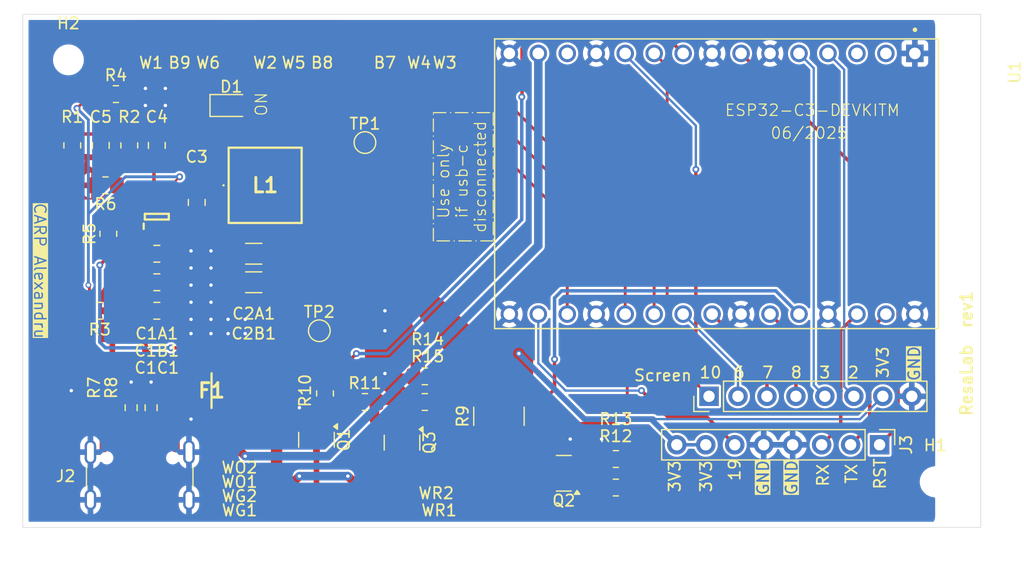
<source format=kicad_pcb>
(kicad_pcb (version 20240108) (generator "pcbnew") (generator_version "8.0")
  (title_block (title "ResaLab") (date "2025-06-03") (rev "rev1") (company "CampusFab") (comment 1 "CARP Alexandru"))
  (layers (0 "F.Cu" signal) (31 "B.Cu" signal) (34 "B.Paste" user) (35 "F.Paste" user) (36 "B.SilkS" user "B.Silkscreen") (37 "F.SilkS" user "F.Silkscreen") (38 "B.Mask" user) (39 "F.Mask" user) (44 "Edge.Cuts" user))
  (net 0 "")
  (net 1 "GND")
  (net 2 "3V3")
  (net 3 "Net-(IC1-BST)")
  (net 4 "Net-(IC1-SS)")
  (net 5 "Net-(C5-Pad2)")
  (net 6 "Net-(C5-Pad1)")
  (net 7 "Net-(IC1-PG)")
  (net 8 "Net-(IC1-FB)")
  (net 9 "Net-(F1-Pad2)")
  (net 10 "Net-(J2-CC1)")
  (net 11 "Net-(J2-CC2)")
  (net 18 "/GPIO3")
  (net 19 "/GPIO7")
  (net 20 "Net-(IC1-SW)")
  (net 22 "/GPIO2")
  (net 23 "/GPIO8")
  (net 24 "/GPIO10")
  (net 25 "/GPIO6")
  (net 26 "/VBUS")
  (net 27 "/GPIO1")
  (net 28 "/GPIO5")
  (net 29 "/RST")
  (net 30 "/GPIO0")
  (net 31 "/GPIO4")
  (net 32 "Net-(Q1-D)")
  (net 33 "Net-(Q1-G)")
  (net 34 "Net-(Q2-G)")
  (net 35 "Net-(Q2-D)")
  (net 36 "Net-(Q3-G)")
  (net 37 "Net-(Q3-D)")
  (net 38 "/GPIO9")
  (net 39 "Net-(J3-Pin_6)")
  (net 40 "/GPIO18")
  (net 41 "Net-(J3-Pin_3)")
  (net 42 "Net-(J3-Pin_2)")
  (net 44 "/EN")
  (net 45 "Net-(R9-Pad1)")
  (footprint "TestPoint:TestPoint_Pad_D1.5mm" (layer "F.Cu") (at 161.375 112.625)
    (property "Reference" "TP1")
    (property "Value" "OUT 3V3" (hide yes))
  )
  (footprint "Capacitor_SMD:C_0805_2012Metric_Pad1.18x1.45mm_HandSolder" (layer "F.Cu") (at 143.125 127.375)
    (property "Reference" "C1C1")
    (property "Value" "0.1uF" (hide yes))
  )
  (footprint "Resistor_SMD:R_0805_2012Metric_Pad1.20x1.40mm_HandSolder" (layer "F.Cu") (at 135.7125 112.875 90)
    (property "Reference" "R1")
    (property "Value" "51k" (hide yes))
  )
  (footprint "Connector_Wire:SolderWirePad_1x01_SMD_1x2mm" (layer "F.Cu") (at 147.625 103.375)
    (property "Reference" "W6")
    (property "Value" "~")
  )
  (footprint "Resistor_SMD:R_0805_2012Metric_Pad1.20x1.40mm_HandSolder" (layer "F.Cu") (at 138.625 116.375 180)
    (property "Reference" "R6")
    (property "Value" "10k" (hide yes))
  )
  (footprint "Libs:MPLAL60606R8" (layer "F.Cu") (at 152.625 116.375)
    (property "Reference" "L1")
    (property "Value" "6.8uH" (hide yes))
  )
  (footprint "Resistor_SMD:R_0805_2012Metric_Pad1.20x1.40mm_HandSolder" (layer "F.Cu") (at 140.7125 112.875 -90)
    (property "Reference" "R2")
    (property "Value" "9.09k" (hide yes))
  )
  (footprint "Connector_PinHeader_2.54mm:PinHeader_1x08_P2.54mm_Vertical" (layer "F.Cu") (at 191.545 134.875 90)
    (property "Reference" "J1" (hide yes))
    (property "Value" "Conn_01x08_Pin" (hide yes))
  )
  (footprint "Resistor_SMD:R_0805_2012Metric_Pad1.20x1.40mm_HandSolder" (layer "F.Cu") (at 183.375 140.375 180)
    (property "Reference" "R13")
    (property "Value" "10k" (hide yes))
  )
  (footprint "Connector_USB:USB_C_Receptacle_GCT_USB4105-xx-A_16P_TopMnt_Horizontal" (layer "F.Cu") (at 141.625 142.875)
    (property "Reference" "J2")
    (property "Value" "USB_C_Receptacle_USB2.0_16P" (hide yes))
  )
  (footprint "Resistor_SMD:R_0603_1608Metric_Pad0.98x0.95mm_HandSolder" (layer "F.Cu") (at 142.625 135.875 90)
    (property "Reference" "R8")
    (property "Value" "5.1k" (hide yes))
  )
  (footprint "Package_TO_SOT_SMD:SOT-23" (layer "F.Cu") (at 157.125 138.6875 -90)
    (property "Reference" "Q1")
    (property "Value" "AO3400A" (hide yes))
  )
  (footprint "Connector_Wire:SolderWirePad_1x01_SMD_1x2mm" (layer "F.Cu") (at 157.125 144.375)
    (property "Reference" "WG2")
    (property "Value" "GND LEDG" (hide yes))
  )
  (footprint "Capacitor_SMD:C_0805_2012Metric_Pad1.18x1.45mm_HandSolder" (layer "F.Cu") (at 143.125 124.875)
    (property "Reference" "C1B1")
    (property "Value" "10uF" (hide yes))
  )
  (footprint "Capacitor_SMD:C_0805_2012Metric_Pad1.18x1.45mm_HandSolder" (layer "F.Cu") (at 138.2125 112.875 90)
    (property "Reference" "C5")
    (property "Value" "470pF" (hide yes))
  )
  (footprint "Connector_Wire:SolderWirePad_1x01_SMD_1x2mm" (layer "F.Cu") (at 168.125 103.375)
    (property "Reference" "W3")
    (property "Value" "~" (hide yes))
  )
  (footprint "Connector_Wire:SolderWirePad_1x01_SMD_1x2mm" (layer "F.Cu") (at 173.625 144.375)
    (property "Reference" "WR2")
    (property "Value" "GND LEDR" (hide yes))
  )
  (footprint "Resistor_SMD:R_0805_2012Metric_Pad1.20x1.40mm_HandSolder" (layer "F.Cu") (at 166.625 133.125 180)
    (property "Reference" "R14")
    (property "Value" "10k" (hide yes))
  )
  (footprint "Resistor_SMD:R_0603_1608Metric_Pad0.98x0.95mm_HandSolder" (layer "F.Cu") (at 140.875 135.875 90)
    (property "Reference" "R7")
    (property "Value" "5.1k" (hide yes))
  )
  (footprint "LED_SMD:LED_0805_2012Metric_Pad1.15x1.40mm_HandSolder" (layer "F.Cu") (at 149.65 109.375)
    (property "Reference" "D1")
    (property "Value" "LED" (hide yes))
  )
  (footprint "Connector_Wire:SolderWirePad_1x01_SMD_1x2mm" (layer "F.Cu") (at 153.625 144.375)
    (property "Reference" "WG1")
    (property "Value" "3V3 LEDG" (hide yes))
  )
  (footprint "Resistor_SMD:R_0805_2012Metric" (layer "F.Cu") (at 138.875 120.625 90)
    (property "Reference" "R5")
    (property "Value" "100k" (hide yes))
  )
  (footprint "Libs:XCVR_ESP32-C3-DEVKITM-1" (layer "F.Cu") (at 192.2011 116.2375 -90)
    (property "Reference" "U1")
    (property "Value" "ESP32-C3-DEVKITM-1" (hide yes))
  )
  (footprint "Capacitor_SMD:C_0805_2012Metric_Pad1.18x1.45mm_HandSolder" (layer "F.Cu") (at 143.125 122.375)
    (property "Reference" "C1A1")
    (property "Value" "10uF" (hide yes))
  )
  (footprint "Resistor_SMD:R_2816_7142Metric_Pad3.20x4.45mm_HandSolder" (layer "F.Cu") (at 173.125 136.625 90)
    (property "Reference" "R9")
    (property "Value" "0.68" (hide yes))
  )
  (footprint "Connector_Wire:SolderWirePad_1x01_SMD_1x2mm" (layer "F.Cu") (at 164.625 144.375)
    (property "Reference" "WO2")
    (property "Value" "GND LED3" (hide yes))
  )
  (footprint "Resistor_SMD:R_0805_2012Metric_Pad1.20x1.40mm_HandSolder" (layer "F.Cu") (at 157.875 134.625 -90)
    (property "Reference" "R10")
    (property "Value" "100" (hide yes))
  )
  (footprint "MountingHole:MountingHole_2.2mm_M2" (layer "F.Cu") (at 135.375 105.375)
    (property "Reference" "H2")
    (property "Value" "MountingHole" (hide yes))
  )
  (footprint "Connector_Wire:SolderWirePad_1x01_SMD_1x2mm" (layer "F.Cu") (at 165.875 103.375)
    (property "Reference" "W4")
    (property "Value" "~")
  )
  (footprint "Connector_Wire:SolderWirePad_1x01_SMD_1x2mm" (layer "F.Cu") (at 161.375 144.375)
    (property "Reference" "WO1")
    (property "Value" "3V3 LEDO" (hide yes))
  )
  (footprint "Connector_Wire:SolderWirePad_1x01_SMD_1x2mm" (layer "F.Cu") (at 142.625 103.375)
    (property "Reference" "W1")
    (property "Value" "~" (hide yes))
  )
  (footprint "Connector_Wire:SolderWirePad_1x01_SMD_1x2mm" (layer "F.Cu") (at 157.625 103.375)
    (property "Reference" "B8")
    (property "Value" "~" (hide yes))
  )
  (footprint "Resistor_SMD:R_0805_2012Metric_Pad1.20x1.40mm_HandSolder" (layer "F.Cu") (at 183.375 142.875 180)
    (property "Reference" "R12")
    (property "Value" "100" (hide yes))
  )
  (footprint "Resistor_SMD:R_0805_2012Metric" (layer "F.Cu") (at 139.5375 108.375)
    (property "Reference" "R4")
    (property "Value" "49.9k" (hide yes))
  )
  (footprint "Connector_Wire:SolderWirePad_1x01_SMD_1x2mm" (layer "F.Cu") (at 170.875 144.375)
    (property "Reference" "WR1")
    (property "Value" "3V3 LEDR" (hide yes))
  )
  (footprint "Connector_Wire:SolderWirePad_1x01_SMD_1x2mm" (layer "F.Cu") (at 152.625 103.375)
    (property "Reference" "W2")
    (property "Value" "~" (hide yes))
  )
  (footprint "Package_TO_SOT_SMD:SOT-23" (layer "F.Cu") (at 164.625 138.9375 -90)
    (property "Reference" "Q3")
    (property "Value" "AO3400A" (hide yes))
  )
  (footprint "Connector_Wire:SolderWirePad_1x01_SMD_1x2mm" (layer "F.Cu") (at 145.125 103.375)
    (property "Reference" "B9")
    (property "Value" "~" (hide yes))
  )
  (footprint "Resistor_SMD:R_0805_2012Metric" (layer "F.Cu") (at 138.125 127.375 180)
    (property "Reference" "R3")
    (property "Value" "191k" (hide yes))
  )
  (footprint "Resistor_SMD:R_0805_2012Metric_Pad1.20x1.40mm_HandSolder" (layer "F.Cu") (at 161.375 135.375)
    (property "Reference" "R11")
    (property "Value" "10k" (hide yes))
  )
  (footprint "Connector_Wire:SolderWirePad_1x01_SMD_1x2mm" (layer "F.Cu") (at 163.125 103.375)
    (property "Reference" "B7")
    (property "Value" "~" (hide yes))
  )
  (footprint "MountingHole:MountingHole_2.2mm_M2" (layer "F.Cu") (at 211.375 142.375)
    (property "Reference" "H1")
    (property "Value" "MountingHole" (hide yes))
  )
  (footprint "Capacitor_SMD:C_0805_2012Metric_Pad1.18x1.45mm_HandSolder" (layer "F.Cu") (at 143.125 112.875 90)
    (property "Reference" "C4")
    (property "Value" "22nF" (hide yes))
  )
  (footprint "Capacitor_SMD:C_0805_2012Metric_Pad1.18x1.45mm_HandSolder" (layer "F.Cu") (at 146.625 117.875 90)
    (property "Reference" "C3")
    (property "Value" "0.1uF" (hide yes))
  )
  (footprint "Libs:FUSC4632X85N" (layer "F.Cu") (at 147.925 134.375)
    (property "Reference" "F1")
    (property "Value" "MF-MSMF050-2" (hide yes))
  )
  (footprint "Resistor_SMD:R_0805_2012Metric_Pad1.20x1.40mm_HandSolder" (layer "F.Cu") (at 166.625 135.375 180)
    (property "Reference" "R15")
    (property "Value" "100" (hide yes))
  )
  (footprint "TestPoint:TestPoint_Pad_D1.5mm" (layer "F.Cu") (at 157.375 129.125)
    (property "Reference" "TP2")
    (property "Value" "gnd")
  )
  (footprint "Capacitor_SMD:C_1206_3216Metric_Pad1.33x1.80mm_HandSolder" (layer "F.Cu") (at 151.625 122.375 180)
    (property "Reference" "C2A1")
    (property "Value" "22uF" (hide yes))
  )
  (footprint "Connector_Wire:SolderWirePad_1x01_SMD_1x2mm" (layer "F.Cu") (at 155.125 103.375)
    (property "Reference" "W5")
    (property "Value" "~")
  )
  (footprint "Package_TO_SOT_SMD:SOT-23" (layer "F.Cu") (at 178.8125 141.625 180)
    (property "Reference" "Q2")
    (property "Value" "AO3400A" (hide yes))
  )
  (footprint "Connector_PinHeader_2.54mm:PinHeader_1x08_P2.54mm_Vertical" (layer "F.Cu") (at 206.5 139.125 -90)
    (property "Reference" "J3")
    (property "Value" "Conn_01x08_Pin" (hide yes))
  )
  (footprint "Capacitor_SMD:C_1206_3216Metric_Pad1.33x1.80mm_HandSolder" (layer "F.Cu") (at 151.625 124.875 180)
    (property "Reference" "C2B1")
    (property "Value" "22uF" (hide yes))
  )
  (footprint "Libs:SOTFL50P160X60-8N" (layer "F.Cu") (at 143.125 119.125 90)
    (property "Reference" "IC1" (hide yes))
    (property "Value" "MP2338GTL-P" (hide yes))
  )
  (gr_rect (start 167.375 110) (end 172.625 121.25) (stroke (width 0.1) (type dash_dot)) (fill none) (layer "F.SilkS"))
  (gr_rect (start 131.375 101.375) (end 215.375 146.375) (stroke (width 0.05)) (fill none) (layer "Edge.Cuts"))
  (gr_text "ON\n" (at 152.875 110.375 90) (layer "F.SilkS") (effects (font (size 1 1) (thickness 0.1)) (justify left bottom)))
  (gr_text "19" (at 194.375 142.375 90) (layer "F.SilkS") (effects (font (size 1 1)) (justify left bottom)))
  (gr_text "GND" (at 199.375 143.625 90) (layer "F.SilkS" knockout) (effects (font (size 1 1)) (justify left bottom)))
  (gr_text "TX\n" (at 204.625 142.625 90) (layer "F.SilkS") (effects (font (size 1 1)) (justify left bottom)))
  (gr_text "Screen " (at 184.875 133.625 0) (layer "F.SilkS") (effects (font (size 1 1)) (justify left bottom)))
  (gr_text "GND" (at 210.125 133.625 90) (layer "F.SilkS" knockout) (effects (font (size 1 1)) (justify left bottom)))
  (gr_text "CARP Alexandru" (at 132.875 123.875 270) (layer "F.SilkS" knockout) (effects (font (size 1 1) (thickness 0.125))))
  (gr_text "3V3" (at 207.375 133.375 90) (layer "F.SilkS") (effects (font (size 1 1)) (justify left bottom)))
  (gr_text "6\n" (at 193.625 133.375 0) (layer "F.SilkS") (effects (font (size 1 1)) (justify left bottom)))
  (gr_text "2" (at 203.625 133.375 0) (layer "F.SilkS") (effects (font (size 1 1)) (justify left bottom)))
  (gr_text "GND" (at 196.875 143.625 90) (layer "F.SilkS" knockout) (effects (font (size 1 1)) (justify left bottom)))
  (gr_text "8" (at 198.625 133.375 0) (layer "F.SilkS") (effects (font (size 1 1)) (justify left bottom)))
  (gr_text "7" (at 196.125 133.375 0) (layer "F.SilkS") (effects (font (size 1 1)) (justify left bottom)))
  (gr_text "3V3" (at 191.875 143.375 90) (layer "F.SilkS") (effects (font (size 1 1)) (justify left bottom)))
  (gr_text "10\n" (at 190.625 133.375 0) (layer "F.SilkS") (effects (font (size 1 1)) (justify left bottom)))
  (gr_text "3" (at 201.125 133.375 0) (layer "F.SilkS") (effects (font (size 1 1)) (justify left bottom)))
  (gr_text "Use only \nif usb-c \ndisconnected" (at 169.875 115.625 90) (layer "F.SilkS") (effects (font (size 1 1) (thickness 0.1))))
  (gr_text "ResaLab  rev1" (at 214.125 131.125 90) (layer "F.SilkS") (effects (font (size 1 1) (thickness 0.2) (bold yes))))
  (gr_text "RX" (at 202.125 142.875 90) (layer "F.SilkS") (effects (font (size 1 1)) (justify left bottom)))
  (gr_text "3V3" (at 189.125 143.375 90) (layer "F.SilkS") (effects (font (size 1 1)) (justify left bottom)))
  (gr_text "RST" (at 207.125 143.125 90) (layer "F.SilkS") (effects (font (size 1 1)) (justify left bottom)))
  (gr_text "ESP32-C3-DEVKITM" (at 192.875 110.375 0) (layer "F.SilkS") (effects (font (size 1 1) (thickness 0.1)) (justify left bottom)))
  (gr_text "06/2025" (at 196.875 112.375 0) (layer "F.SilkS") (effects (font (size 1 1) (thickness 0.1)) (justify left bottom)))
  (segment (start 138.425 137.175) (end 138.425 139.195) (width 0.5) (layer "F.Cu") (net 1))
  (segment (start 144.825 138.175) (end 146.125 136.875) (width 0.5) (layer "F.Cu") (net 1))
  (segment (start 161.625 127.375) (end 163.125 127.375) (width 0.5) (layer "F.Cu") (net 1))
  (segment (start 159.875 129.125) (end 161.625 127.375) (width 0.5) (layer "F.Cu") (net 1))
  (segment (start 156.175 137.75) (end 156.175 136.425) (width 0.5) (layer "F.Cu") (net 1))
  (segment (start 182.075 140.675) (end 182.375 140.375) (width 0.5) (layer "F.Cu") (net 1))
  (segment (start 144.825 139.195) (end 144.825 138.175) (width 0.5) (layer "F.Cu") (net 1))
  (segment (start 157.375 129.125) (end 159.875 129.125) (width 0.5) (layer "F.Cu") (net 1))
  (segment (start 138.425 137.175) (end 135.625 134.375) (width 0.5) (layer "F.Cu") (net 1))
  (segment (start 148.625 104.375) (end 147.625 103.375) (width 0.3) (layer "F.Cu") (net 1))
  (segment (start 148.625 109.375) (end 148.625 104.375) (width 0.3) (layer "F.Cu") (net 1))
  (segment (start 156.175 136.425) (end 155.625 135.875) (width 0.5) (layer "F.Cu") (net 1))
  (via (at 149.375 129.375) (size 0.5) (drill 0.3) (layers "F.Cu" "B.Cu") (net 1))
  (via (at 147.875 128.125) (size 0.5) (drill 0.3) (layers "F.Cu" "B.Cu") (net 1))
  (via (at 140.875 133.625) (size 0.5) (drill 0.3) (layers "F.Cu" "B.Cu") (net 1))
  (via (at 146.125 123.625) (size 0.5) (drill 0.3) (layers "F.Cu" "B.Cu") (net 1))
  (via (at 163.125 127.375) (size 0.6) (drill 0.3) (layers "F.Cu" "B.Cu") (net 1))
  (via (at 146.125 126.625) (size 0.5) (drill 0.3) (layers "F.Cu" "B.Cu") (net 1))
  (via (at 146.125 136.875) (size 0.6) (drill 0.3) (layers "F.Cu" "B.Cu") (net 1))
  (via (at 163.125 129.125) (size 0.6) (drill 0.3) (layers "F.Cu" "B.Cu") (net 1))
  (via (at 149.375 128.125) (size 0.5) (drill 0.3) (layers "F.Cu" "B.Cu") (net 1))
  (via (at 143.875 107.875) (size 0.5) (drill 0.3) (layers "F.Cu" "B.Cu") (net 1))
  (via (at 142.125 109.375) (size 0.5) (drill 0.3) (layers "F.Cu" "B.Cu") (net 1))
  (via (at 135.625 134.375) (size 0.5) (drill 0.3) (layers "F.Cu" "B.Cu") (net 1))
  (via (at 147.875 126.625) (size 0.5) (drill 0.3) (layers "F.Cu" "B.Cu") (net 1))
  (via (at 146.125 128.125) (size 0.5) (drill 0.3) (layers "F.Cu" "B.Cu") (net 1))
  (via (at 147.875 125.125) (size 0.5) (drill 0.3) (layers "F.Cu" "B.Cu") (net 1))
  (via (at 155.625 135.875) (size 0.6) (drill 0.3) (layers "F.Cu" "B.Cu") (net 1))
  (via (at 146.125 125.125) (size 0.5) (drill 0.3) (layers "F.Cu" "B.Cu") (net 1))
  (via (at 142.125 107.875) (size 0.5) (drill 0.3) (layers "F.Cu" "B.Cu") (net 1))
  (via (at 163.125 132.875) (size 0.6) (drill 0.3) (layers "F.Cu" "B.Cu") (net 1))
  (via (at 150.875 129.375) (size 0.5) (drill 0.3) (layers "F.Cu" "B.Cu") (net 1))
  (via (at 182.125 138.625) (size 0.6) (drill 0.3) (layers "F.Cu" "B.Cu") (net 1))
  (via (at 146.125 129.375) (size 0.5) (drill 0.3) (layers "F.Cu" "B.Cu") (net 1))
  (via (at 143.875 109.375) (size 0.5) (drill 0.3) (layers "F.Cu" "B.Cu") (net 1))
  (via (at 147.875 122.125) (size 0.5) (drill 0.3) (layers "F.Cu" "B.Cu") (net 1))
  (via (at 147.875 123.625) (size 0.5) (drill 0.3) (layers "F.Cu" "B.Cu") (net 1))
  (via (at 146.125 122.125) (size 0.5) (drill 0.3) (layers "F.Cu" "B.Cu") (net 1))
  (via (at 150.875 128.125) (size 0.5) (drill 0.3) (layers "F.Cu" "B.Cu") (net 1))
  (via (at 179.375 138.625) (size 0.6) (drill 0.3) (layers "F.Cu" "B.Cu") (net 1))
  (via (at 147.875 129.375) (size 0.5) (drill 0.3) (layers "F.Cu" "B.Cu") (net 1))
  (via (at 142.625 133.625) (size 0.5) (drill 0.3) (layers "F.Cu" "B.Cu") (net 1))
  (segment (start 161.375 112.625) (end 161.125 112.625) (width 0.5) (layer "F.Cu") (net 2))
  (segment (start 161.375 143.375) (end 159.875 141.875) (width 0.75) (layer "F.Cu") (net 2))
  (segment (start 150.675 105.325) (end 152.625 103.375) (width 0.3) (layer "F.Cu") (net 2))
  (segment (start 161.375 143.875) (end 161.375 143.625) (width 0.5) (layer "F.Cu") (net 2))
  (segment (start 161.125 112.625) (end 157.375 116.375) (width 0.5) (layer "F.Cu") (net 2))
  (segment (start 153.1875 130.3125) (end 153.1875 124.875) (width 0.25) (layer "F.Cu") (net 2))
  (segment (start 152.875 130.625) (end 153.1875 130.3125) (width 0.25) (layer "F.Cu") (net 2))
  (segment (start 161.375 143.875) (end 161.375 143.375) (width 0.75) (layer "F.Cu") (net 2))
  (segment (start 153.1875 124.875) (end 153.925001 125.612501) (width 0.3) (layer "F.Cu") (net 2))
  (segment (start 150.675 109.375) (end 150.675 105.325) (width 0.3) (layer "F.Cu") (net 2))
  (segment (start 138.875 121.5375) (end 138.875 122.625) (width 0.3) (layer "F.Cu") (net 2))
  (segment (start 155.625 141.875) (end 153.625 143.875) (width 0.75) (layer "F.Cu") (net 2))
  (segment (start 153.625 143.875) (end 153.625 125.3125) (width 1) (layer "F.Cu") (net 2))
  (segment (start 157.375 116.375) (end 154.65 116.375) (width 0.5) (layer "F.Cu") (net 2))
  (segment (start 144.375 130.625) (end 152.875 130.625) (width 0.3) (layer "F.Cu") (net 2))
  (segment (start 138.875 122.625) (end 138.125 123.375) (width 0.3) (layer "F.Cu") (net 2))
  (segment (start 153.625 125.3125) (end 153.1875 124.875) (width 1) (layer "F.Cu") (net 2))
  (via (at 174.875 131.125) (size 0.6) (drill 0.3) (layers "F.Cu" "B.Cu") (net 2))
  (via (at 144.375 130.625) (size 0.6) (drill 0.3) (layers "F.Cu" "B.Cu") (net 2))
  (via (at 138.125 123.375) (size 0.6) (drill 0.3) (layers "F.Cu" "B.Cu") (net 2))
  (via (at 159.875 141.875) (size 0.6) (drill 0.3) (layers "F.Cu" "B.Cu") (net 2))
  (via (at 155.625 141.875) (size 0.6) (drill 0.3) (layers "F.Cu" "B.Cu") (net 2))
  (segment (start 180.625 136.875) (end 186.625 136.875) (width 0.5) (layer "B.Cu") (net 2))
  (segment (start 174.875 131.125) (end 180.625 136.875) (width 0.5) (layer "B.Cu") (net 2))
  (segment (start 159.875 141.875) (end 155.625 141.875) (width 0.75) (layer "B.Cu") (net 2))
  (segment (start 204.785 136.875) (end 206.785 134.875) (width 0.2) (layer "B.Cu") (net 2))
  (segment (start 186.625 136.875) (end 204.785 136.875) (width 0.2) (layer "B.Cu") (net 2))
  (segment (start 186.625 137.03) (end 186.625 136.875) (width 0.3) (layer "B.Cu") (net 2))
  (segment (start 138.125 130.125) (end 138.125 123.375) (width 0.3) (layer "B.Cu") (net 2))
  (segment (start 191.26 139.125) (end 188.72 139.125) (width 0.3) (layer "B.Cu") (net 2))
  (segment (start 188.72 139.125) (end 186.625 137.03) (width 0.5) (layer "B.Cu") (net 2))
  (segment (start 144.375 130.625) (end 138.625 130.625) (width 0.3) (layer "B.Cu") (net 2))
  (segment (start 138.625 130.625) (end 138.125 130.125) (width 0.3) (layer "B.Cu") (net 2))
  (segment (start 146.625 116.8375) (end 145.4245 116.8375) (width 0.3) (layer "F.Cu") (net 3))
  (segment (start 145.4245 116.8375) (end 143.975 118.287) (width 0.3) (layer "F.Cu") (net 3))
  (segment (start 142.875 114.1625) (end 143.125 113.9125) (width 0.3) (layer "F.Cu") (net 4))
  (segment (start 142.875 118.287) (end 142.875 114.1625) (width 0.3) (layer "F.Cu") (net 4))
  (segment (start 138.175 111.875) (end 138.2125 111.8375) (width 0.3) (layer "F.Cu") (net 5))
  (segment (start 135.7125 111.875) (end 138.175 111.875) (width 0.3) (layer "F.Cu") (net 5))
  (segment (start 138.875 119.7125) (end 142.1245 119.7125) (width 0.25) (layer "F.Cu") (net 7))
  (segment (start 142.1245 119.7125) (end 142.375 119.963) (width 0.25) (layer "F.Cu") (net 7))
  (segment (start 141.537 118.287) (end 139.625 116.375) (width 0.3) (layer "F.Cu") (net 8))
  (segment (start 142.375 118.287) (end 141.537 118.287) (width 0.3) (layer "F.Cu") (net 8))
  (segment (start 150.225 134.375) (end 150.225 139.475) (width 0.75) (layer "F.Cu") (net 9))
  (segment (start 150.225 139.475) (end 150.875 140.125) (width 0.75) (layer "F.Cu") (net 9))
  (via (at 150.875 140.125) (size 0.6) (drill 0.3) (layers "F.Cu" "B.Cu") (net 9))
  (segment (start 150.875 140.125) (end 158.125 140.125) (width 0.75) (layer "B.Cu") (net 9))
  (segment (start 158.125 140.125) (end 176.5761 121.6739) (width 0.75) (layer "B.Cu") (net 9))
  (segment (start 176.5761 121.6739) (end 176.5761 104.8075) (width 0.75) (layer "B.Cu") (net 9))
  (segment (start 140.375 137.2875) (end 140.875 136.7875) (width 0.3) (layer "F.Cu") (net 10))
  (segment (start 140.625 137.0375) (end 140.875 136.7875) (width 0.25) (layer "F.Cu") (net 10))
  (segment (start 140.375 139.195) (end 140.375 137.2875) (width 0.3) (layer "F.Cu") (net 10))
  (segment (start 143.375 137.5375) (end 142.625 136.7875) (width 0.3) (layer "F.Cu") (net 11))
  (segment (start 143.375 139.195) (end 143.375 137.5375) (width 0.3) (layer "F.Cu") (net 11))
  (segment (start 200.725 133.895) (end 200.725 106.0964) (width 0.2) (layer "B.Cu") (net 18))
  (segment (start 201.705 134.875) (end 200.725 133.895) (width 0.2) (layer "B.Cu") (net 18))
  (segment (start 200.725 106.0964) (end 199.4361 104.8075) (width 0.2) (layer "B.Cu") (net 18))
  (segment (start 196.625 132.4764) (end 191.8161 127.6675) (width 0.3) (layer "F.Cu") (net 19))
  (segment (start 196.625 134.875) (end 196.625 132.4764) (width 0.3) (layer "F.Cu") (net 19))
  (segment (start 143.938 118.9125) (end 146.625 118.9125) (width 0.3) (layer "F.Cu") (net 20))
  (segment (start 143.375 119.963) (end 143.375 119.4755) (width 0.3) (layer "F.Cu") (net 20))
  (segment (start 143.375 119.4755) (end 143.938 118.9125) (width 0.3) (layer "F.Cu") (net 20))
  (segment (start 146.625 118.9125) (end 148.0625 118.9125) (width 1) (layer "F.Cu") (net 20))
  (segment (start 148.0625 118.9125) (end 150.6 116.375) (width 1) (layer "F.Cu") (net 20))
  (segment (start 204.245 134.875) (end 203.395 134.025) (width 0.2) (layer "B.Cu") (net 22))
  (segment (start 203.395 134.025) (end 203.395 106.2264) (width 0.2) (layer "B.Cu") (net 22))
  (segment (start 203.395 106.2264) (end 201.9761 104.8075) (width 0.2) (layer "B.Cu") (net 22))
  (segment (start 199.165 129.9364) (end 196.8961 127.6675) (width 0.3) (layer "F.Cu") (net 23))
  (segment (start 199.165 134.875) (end 199.165 129.9364) (width 0.3) (layer "F.Cu") (net 23))
  (segment (start 190.625 133.955) (end 191.545 134.875) (width 0.2) (layer "F.Cu") (net 24))
  (segment (start 190.3911 133.7211) (end 190.625 133.955) (width 0.3) (layer "F.Cu") (net 24))
  (segment (start 190.3911 114.9811) (end 190.3911 133.7211) (width 0.3) (layer "F.Cu") (net 24))
  (via (at 190.3911 114.9811) (size 0.6) (drill 0.3) (layers "F.Cu" "B.Cu") (net 24))
  (segment (start 190.3911 111.1411) (end 184.1961 104.9461) (width 0.2) (layer "B.Cu") (net 24))
  (segment (start 190.3911 114.9811) (end 190.3911 111.1411) (width 0.2) (layer "B.Cu") (net 24))
  (segment (start 184.1961 104.9461) (end 184.1961 104.8075) (width 0.2) (layer "B.Cu") (net 24))
  (segment (start 194.085 132.4764) (end 189.2761 127.6675) (width 0.2) (layer "B.Cu") (net 25))
  (segment (start 194.085 134.875) (end 194.085 132.4764) (width 0.2) (layer "B.Cu") (net 25))
  (segment (start 144.025 139.195) (end 144.025 135.975) (width 0.5) (layer "F.Cu") (net 26))
  (segment (start 142.0875 127.375) (end 142.0875 130.8375) (width 0.5) (layer "F.Cu") (net 26))
  (segment (start 144.025 135.975) (end 145.625 134.375) (width 0.5) (layer "F.Cu") (net 26))
  (segment (start 142.0875 130.8375) (end 145.625 134.375) (width 0.5) (layer "F.Cu") (net 26))
  (segment (start 139.225 139.195) (end 139.225 127.5625) (width 0.5) (layer "F.Cu") (net 26))
  (segment (start 139.225 127.5625) (end 139.0375 127.375) (width 0.5) (layer "F.Cu") (net 26))
  (segment (start 184.375 140.375) (end 184.375 142.875) (width 0.25) (layer "F.Cu") (net 27))
  (segment (start 184.375 133.875) (end 187.875 130.375) (width 0.25) (layer "F.Cu") (net 27))
  (segment (start 187.875 130.375) (end 187.875 105.9464) (width 0.25) (layer "F.Cu") (net 27))
  (segment (start 184.375 140.375) (end 184.375 133.875) (width 0.25) (layer "F.Cu") (net 27))
  (segment (start 187.875 105.9464) (end 186.7361 104.8075) (width 0.25) (layer "F.Cu") (net 27))
  (segment (start 186.7361 121.9861) (end 186.7361 127.6675) (width 0.25) (layer "F.Cu") (net 28))
  (segment (start 168.125 103.375) (end 186.7361 121.9861) (width 0.25) (layer "F.Cu") (net 28))
  (segment (start 208.1211 118.5725) (end 194.3561 104.8075) (width 0.3) (layer "F.Cu") (net 29))
  (segment (start 208.1211 137.5039) (end 208.1211 118.5725) (width 0.3) (layer "F.Cu") (net 29))
  (segment (start 206.5 139.125) (end 208.1211 137.5039) (width 0.3) (layer "F.Cu") (net 29))
  (segment (start 175.1511 108.5989) (end 175.1511 104.3489) (width 0.3) (layer "F.Cu") (net 30))
  (segment (start 175.1511 104.3489) (end 176.125 103.375) (width 0.3) (layer "F.Cu") (net 30))
  (segment (start 157.875 133.625) (end 158.625 133.625) (width 0.3) (layer "F.Cu") (net 30))
  (segment (start 158.125 133.625) (end 157.875 133.625) (width 0.3) (layer "F.Cu") (net 30))
  (segment (start 176.125 103.375) (end 187.8436 103.375) (width 0.3) (layer "F.Cu") (net 30))
  (segment (start 160.625 131.125) (end 158.125 133.625) (width 0.3) (layer "F.Cu") (net 30))
  (segment (start 175.125 108.625) (end 175.1511 108.5989) (width 0.3) (layer "F.Cu") (net 30))
  (segment (start 187.8436 103.375) (end 189.2761 104.8075) (width 0.3) (layer "F.Cu") (net 30))
  (segment (start 158.625 133.625) (end 160.375 135.375) (width 0.3) (layer "F.Cu") (net 30))
  (via (at 175.125 108.625) (size 0.6) (drill 0.3) (layers "F.Cu" "B.Cu") (net 30))
  (via (at 160.625 131.125) (size 0.6) (drill 0.3) (layers "F.Cu" "B.Cu") (net 30))
  (segment (start 160.625 131.125) (end 163.375 131.125) (width 0.3) (layer "B.Cu") (net 30))
  (segment (start 175.125 119.375) (end 175.125 108.625) (width 0.3) (layer "B.Cu") (net 30))
  (segment (start 163.375 131.125) (end 175.125 119.375) (width 0.3) (layer "B.Cu") (net 30))
  (segment (start 184.1961 121.9461) (end 184.1961 127.6675) (width 0.25) (layer "F.Cu") (net 31))
  (segment (start 165.625 103.375) (end 184.1961 121.9461) (width 0.25) (layer "F.Cu") (net 31))
  (segment (start 157.125 139.625) (end 157.125 143.875) (width 0.5) (layer "F.Cu") (net 32))
  (segment (start 158.075 135.825) (end 157.875 135.625) (width 0.3) (layer "F.Cu") (net 33))
  (segment (start 158.075 137.75) (end 158.075 135.825) (width 0.3) (layer "F.Cu") (net 33))
  (segment (start 179.75 142.575) (end 182.075 142.575) (width 0.25) (layer "F.Cu") (net 34))
  (segment (start 182.075 142.575) (end 182.375 142.875) (width 0.25) (layer "F.Cu") (net 34))
  (segment (start 175.375 144.125) (end 177.875 141.625) (width 0.5) (layer "F.Cu") (net 35))
  (segment (start 174.125 144.125) (end 175.375 144.125) (width 0.5) (layer "F.Cu") (net 35))
  (segment (start 165.625 135.375) (end 165.625 137.95) (width 0.3) (layer "F.Cu") (net 36))
  (segment (start 165.625 137.95) (end 165.575 138) (width 0.3) (layer "F.Cu") (net 36))
  (segment (start 164.625 139.875) (end 164.625 143.875) (width 0.6) (layer "F.Cu") (net 37))
  (segment (start 178.0011 131.625) (end 178.0011 134.2489) (width 0.3) (layer "F.Cu") (net 38))
  (segment (start 175.625 136.625) (end 168.875 136.625) (width 0.3) (layer "F.Cu") (net 38))
  (segment (start 167.625 135.375) (end 167.625 133.125) (width 0.3) (layer "F.Cu") (net 38))
  (segment (start 168.875 136.625) (end 167.625 135.375) (width 0.3) (layer "F.Cu") (net 38))
  (segment (start 178.0011 134.2489) (end 175.625 136.625) (width 0.3) (layer "F.Cu") (net 38))
  (via (at 178.0011 131.625) (size 0.6) (drill 0.3) (layers "F.Cu" "B.Cu") (net 38))
  (segment (start 178.0011 131.625) (end 178.0011 126.2489) (width 0.3) (layer "B.Cu") (net 38))
  (segment (start 178.625 125.625) (end 197.3936 125.625) (width 0.3) (layer "B.Cu") (net 38))
  (segment (start 197.3936 125.625) (end 199.4361 127.6675) (width 0.3) (layer "B.Cu") (net 38))
  (segment (start 178.0011 126.2489) (end 178.625 125.625) (width 0.3) (layer "B.Cu") (net 38))
  (segment (start 185.625 134.375) (end 187.875 136.625) (width 0.3) (layer "F.Cu") (net 39))
  (segment (start 187.875 136.625) (end 191.3 136.625) (width 0.3) (layer "F.Cu") (net 39))
  (segment (start 191.3 136.625) (end 193.8 139.125) (width 0.3) (layer "F.Cu") (net 39))
  (via (at 185.625 134.375) (size 0.6) (drill 0.3) (layers "F.Cu" "B.Cu") (net 39))
  (segment (start 176.5761 131.977571) (end 176.5761 127.6675) (width 0.2) (layer "B.Cu") (net 39))
  (segment (start 178.973529 134.375) (end 176.5761 131.977571) (width 0.2) (layer "B.Cu") (net 39))
  (segment (start 185.625 134.375) (end 178.973529 134.375) (width 0.2) (layer "B.Cu") (net 39))
  (segment (start 163.125 103.375) (end 179.1161 119.3661) (width 0.25) (layer "F.Cu") (net 40))
  (segment (start 179.1161 119.3661) (end 179.1161 127.6675) (width 0.25) (layer "F.Cu") (net 40))
  (segment (start 203.095 129.0886) (end 204.5161 127.6675) (width 0.3) (layer "F.Cu") (net 41))
  (segment (start 201.42 139.125) (end 203.095 137.45) (width 0.3) (layer "F.Cu") (net 41))
  (segment (start 203.095 137.45) (end 203.095 129.0886) (width 0.3) (layer "F.Cu") (net 41))
  (segment (start 204.745 127.8964) (end 204.5161 127.6675) (width 0.25) (layer "F.Cu") (net 41))
  (segment (start 205.635 129.0886) (end 207.0561 127.6675) (width 0.3) (layer "F.Cu") (net 42))
  (segment (start 203.96 139.125) (end 205.635 137.45) (width 0.3) (layer "F.Cu") (net 42))
  (segment (start 207.285 127.8964) (end 207.0561 127.6675) (width 0.25) (layer "F.Cu") (net 42))
  (segment (start 205.635 137.45) (end 205.635 129.0886) (width 0.3) (layer "F.Cu") (net 42))
  (segment (start 136.125 109.625) (end 137.375 108.375) (width 0.25) (layer "F.Cu") (net 44))
  (segment (start 143.375 117.375) (end 143.375 118.287) (width 0.2) (layer "F.Cu") (net 44))
  (segment (start 137.2125 125.2125) (end 137.125 125.125) (width 0.25) (layer "F.Cu") (net 44))
  (segment (start 137.375 108.375) (end 138.625 108.375) (width 0.25) (layer "F.Cu") (net 44))
  (segment (start 143.375 118.287) (end 143.375 118.1495) (width 0.2) (layer "F.Cu") (net 44))
  (segment (start 145.125 115.625) (end 143.375 117.375) (width 0.2) (layer "F.Cu") (net 44))
  (segment (start 137.2125 127.375) (end 137.2125 125.2125) (width 0.25) (layer "F.Cu") (net 44))
  (via (at 145.125 115.625) (size 0.6) (drill 0.3) (layers "F.Cu" "B.Cu") (net 44))
  (via (at 137.125 125.125) (size 0.5) (drill 0.3) (layers "F.Cu" "B.Cu") (net 44))
  (via (at 136.125 109.625) (size 0.6) (drill 0.3) (layers "F.Cu" "B.Cu") (net 44))
  (segment (start 137.125 110.625) (end 136.125 109.625) (width 0.25) (layer "B.Cu") (net 44))
  (segment (start 137.125 118.875) (end 137.125 110.625) (width 0.25) (layer "B.Cu") (net 44))
  (segment (start 140.375 115.625) (end 137.125 118.875) (width 0.25) (layer "B.Cu") (net 44))
  (segment (start 145.125 115.625) (end 140.375 115.625) (width 0.25) (layer "B.Cu") (net 44))
  (segment (start 137.125 125.125) (end 137.125 118.875) (width 0.25) (layer "B.Cu") (net 44))
  (segment (start 173.125 139.225) (end 173.125 141.875) (width 0.5) (layer "F.Cu") (net 45))
  (segment (start 173.125 141.875) (end 170.875 144.125) (width 0.5) (layer "F.Cu") (net 45))
  (zone (net 1) (net_name "GND") (layer "F.Cu") (name "GND-BUCK") (connect_pads (clearance 0.2)) (min_thickness 0.1) (fill yes (thermal_gap 0.2) (thermal_bridge_width 0.6))
    (polygon (pts (xy 143.375 119.875) (xy 143.875 122.375) (xy 143.375 130.125) (xy 152.125 130.125) (xy 152.125 120.375) (xy 146.125 120.375) (xy 143.875 119.375)))
  )
  (zone (net 26) (net_name "/VBUS") (layer "F.Cu") (name "GND-BUCK") (priority 2) (connect_pads (clearance 0.2)) (min_thickness 0.1) (fill yes (thermal_gap 0.2) (thermal_bridge_width 0.6))
    (polygon (pts (xy 142.625 119.875) (xy 143.375 119.875) (xy 143.375 130.125) (xy 138.125 130.125) (xy 138.125 125.875) (xy 140.875 121.375) (xy 141.625 120.625)))
  )
  (zone (net 1) (net_name "GND") (layer "F.Cu") (name "GND-BUCK") (priority 8) (connect_pads (clearance 0.2)) (min_thickness 0.1) (fill yes (thermal_gap 0.4) (thermal_bridge_width 0.5) (smoothing fillet) (radius 0.2))
    (polygon (pts (xy 178.375 139.375) (xy 178.375 141.375) (xy 183.375 141.375) (xy 183.375 137.125) (xy 178.375 137.125)))
  )
  (zone (net 1) (net_name "GND") (layer "F.Cu") (name "GND-BUCK") (priority 6) (connect_pads (clearance 0.2)) (min_thickness 0.1) (fill yes (thermal_gap 0.4) (thermal_bridge_width 0.5) (smoothing fillet) (radius 0.4))
    (polygon (pts (xy 139.875 135.375) (xy 143.625 135.375) (xy 143.625 133.125) (xy 139.875 133.125)))
  )
  (zone (net 1) (net_name "GND") (layer "F.Cu") (priority 7) (connect_pads (clearance 0.2)) (min_thickness 0.1) (fill yes (thermal_gap 0.4) (thermal_bridge_width 0.5) (smoothing fillet) (radius 0.2))
    (polygon (pts (xy 141.375 101.625) (xy 148.875 101.625) (xy 148.875 106.875) (xy 144.375 112.625) (xy 139.375 112.625) (xy 139.375 107.125)))
  )
  (zone (net 6) (net_name "Net-(C5-Pad1)") (layer "F.Cu") (name "GND-BUCK") (priority 3) (connect_pads (clearance 0.2)) (min_thickness 0.1) (fill yes (thermal_gap 0.4) (thermal_bridge_width 0.5))
    (polygon (pts (xy 134.125 113.625) (xy 141.125 113.625) (xy 141.125 115.125) (xy 138.625 115.125) (xy 138.625 117.625) (xy 136.375 117.625) (xy 134.125 114.875)))
  )
  (zone (net 1) (net_name "GND") (layer "F.Cu") (name "GND-BUCK") (priority 4) (connect_pads (clearance 0.2)) (min_thickness 0.1) (fill yes (thermal_gap 0.4) (thermal_bridge_width 0.5) (smoothing fillet) (radius 0.2))
    (polygon (pts (xy 161.375 126.375) (xy 164.875 126.375) (xy 166.625 132.125) (xy 166.625 134.375) (xy 164.625 134.375) (xy 164.625 138.9375) (xy 162.625 138.875) (xy 161.375 136.125)))
  )
  (zone (net 2) (net_name "3V3") (layer "F.Cu") (name "GND-BUCK") (priority 5) (connect_pads (clearance 0.2)) (min_thickness 0.1) (fill yes (thermal_gap 0.2) (thermal_bridge_width 1) (smoothing fillet) (radius 0.2))
    (polygon (pts (xy 161.375 126.125) (xy 164.875 126.125) (xy 169.625 132.625) (xy 170.125 136.125) (xy 176.125 136.125) (xy 176.125 130.125) (xy 172.125 130.125) (xy 164.625 123.125) (xy 161.375 123.125)))
  )
  (zone (net 2) (net_name "3V3") (layer "F.Cu") (name "GND-BUCK") (priority 1) (connect_pads (clearance 0.2)) (min_thickness 0.1) (fill yes (thermal_gap 0.2) (thermal_bridge_width 0.5) (smoothing fillet) (radius 0.2))
    (polygon (pts (xy 151.625 101.625) (xy 159.125 101.625) (xy 159.125 123.125) (xy 164.625 123.125) (xy 164.625 126.125) (xy 152.375 126.125) (xy 152.375 110.875) (xy 151.625 105.875)))
  )
  (zone (net 1) (net_name "GND") (layer "B.Cu") (name "GND-BUCK") (priority 9) (connect_pads (clearance 0.2)) (min_thickness 0.2) (fill yes (thermal_gap 0.4) (thermal_bridge_width 0.5) (smoothing fillet) (radius 1))
    (polygon (pts (xy 129.875 100.125) (xy 211.375 100.375) (xy 211.375 138.375) (xy 211.375 149.375) (xy 186.625 150.125) (xy 129.375 148.125)))
  )
)
</source>
